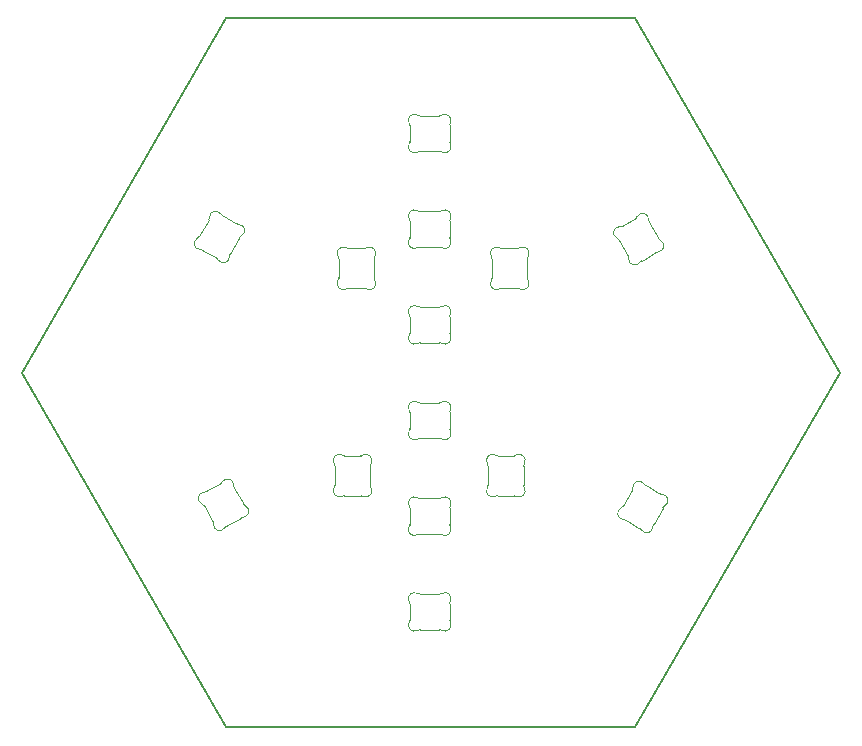
<source format=gbr>
%TF.GenerationSoftware,KiCad,Pcbnew,8.0.8*%
%TF.CreationDate,2025-04-07T13:41:04-04:00*%
%TF.ProjectId,pcb_tile_game_tile_sos,7063625f-7469-46c6-955f-67616d655f74,1.0*%
%TF.SameCoordinates,Original*%
%TF.FileFunction,Profile,NP*%
%FSLAX46Y46*%
G04 Gerber Fmt 4.6, Leading zero omitted, Abs format (unit mm)*
G04 Created by KiCad (PCBNEW 8.0.8) date 2025-04-07 13:41:04*
%MOMM*%
%LPD*%
G01*
G04 APERTURE LIST*
%TA.AperFunction,Profile*%
%ADD10C,0.200000*%
%TD*%
%TA.AperFunction,Profile*%
%ADD11C,0.100000*%
%TD*%
G04 APERTURE END LIST*
D10*
X122739492Y-110000000D02*
X157380508Y-110000000D01*
X157380508Y-110000000D02*
X174701016Y-80000000D01*
X174701016Y-80000000D02*
X157380508Y-50000000D01*
X122739492Y-50000000D02*
X105418984Y-80000000D01*
X105418984Y-80000000D02*
X122739492Y-110000000D01*
X157380508Y-50000000D02*
X122739492Y-50000000D01*
D11*
%TO.C,LED2*%
X138260001Y-92852842D02*
X138260001Y-91447158D01*
X139165547Y-90650001D02*
X140754452Y-90650001D01*
X140754452Y-93650000D02*
X139165548Y-93650000D01*
X141659999Y-91447158D02*
X141659999Y-92852842D01*
X138210516Y-91230280D02*
G75*
G02*
X138260003Y-91447157I-449816J-216724D01*
G01*
X138210516Y-91230280D02*
G75*
G02*
X138913287Y-90581705I450514J216876D01*
G01*
X138260001Y-92852842D02*
G75*
G02*
X138210514Y-93069719I-499701J-62D01*
G01*
X138913289Y-93718299D02*
G75*
G02*
X138210522Y-93069722I-252259J431695D01*
G01*
X138913289Y-93718299D02*
G75*
G02*
X139165548Y-93649999I252261J-431705D01*
G01*
X139165547Y-90650001D02*
G75*
G02*
X138913289Y-90581702I3J500007D01*
G01*
X140754452Y-93650000D02*
G75*
G02*
X141006710Y-93718299I-3J-500009D01*
G01*
X141006711Y-90581701D02*
G75*
G02*
X140754453Y-90650000I-252261J431710D01*
G01*
X141006711Y-90581701D02*
G75*
G02*
X141709484Y-91230280I252258J-431701D01*
G01*
X141659999Y-91447158D02*
G75*
G02*
X141709484Y-91230280I499990J2D01*
G01*
X141709484Y-93069720D02*
G75*
G02*
X141006711Y-93718297I-450515J-216877D01*
G01*
X141709484Y-93069720D02*
G75*
G02*
X141659999Y-92852843I450505J216876D01*
G01*
%TO.C,LED12*%
X131933808Y-89506952D02*
X131933808Y-87918048D01*
X132730966Y-87012501D02*
X134136650Y-87012501D01*
X134136650Y-90412499D02*
X132730966Y-90412499D01*
X134933807Y-87918047D02*
X134933807Y-89506952D01*
X131865509Y-87665789D02*
G75*
G02*
X131933809Y-87918048I-431705J-252261D01*
G01*
X131865509Y-87665789D02*
G75*
G02*
X132514086Y-86963022I431695J252259D01*
G01*
X131933808Y-89506952D02*
G75*
G02*
X131865509Y-89759210I-500009J3D01*
G01*
X132514088Y-90461984D02*
G75*
G02*
X131865511Y-89759211I-216877J450515D01*
G01*
X132514088Y-90461984D02*
G75*
G02*
X132730965Y-90412499I216876J-450505D01*
G01*
X132730966Y-87012501D02*
G75*
G02*
X132514089Y-86963014I-62J499701D01*
G01*
X134136650Y-90412499D02*
G75*
G02*
X134353528Y-90461984I2J-499990D01*
G01*
X134353528Y-86963016D02*
G75*
G02*
X134136651Y-87012503I-216724J449816D01*
G01*
X134353528Y-86963016D02*
G75*
G02*
X135002103Y-87665787I216876J-450514D01*
G01*
X134933807Y-87918047D02*
G75*
G02*
X135002106Y-87665789I500007J-3D01*
G01*
X135002107Y-89759211D02*
G75*
G02*
X134353528Y-90461984I-431701J-252258D01*
G01*
X135002107Y-89759211D02*
G75*
G02*
X134933808Y-89506953I431710J252261D01*
G01*
%TO.C,LED10*%
X156202281Y-67580418D02*
X157419640Y-66877578D01*
X156759150Y-70139255D02*
X155964697Y-68763224D01*
X158562772Y-67263224D02*
X159357223Y-68639257D01*
X159119639Y-69822060D02*
X157902281Y-70524904D01*
X155779419Y-68578911D02*
G75*
G02*
X155964696Y-68763224I-247752J-434326D01*
G01*
X155779419Y-68578911D02*
G75*
G02*
X155989718Y-67646003I247731J434313D01*
G01*
X156202281Y-67580418D02*
G75*
G02*
X155989718Y-67646002I-250000J433012D01*
G01*
X156759150Y-70139255D02*
G75*
G02*
X156826127Y-70391869I-432964J-249981D01*
G01*
X157582719Y-66726282D02*
G75*
G02*
X157419641Y-66877576I-413062J281696D01*
G01*
X157582719Y-66726282D02*
G75*
G02*
X158495790Y-67010613I413078J-281720D01*
G01*
X157739201Y-70676200D02*
G75*
G02*
X156826131Y-70391869I-413077J281721D01*
G01*
X157739201Y-70676200D02*
G75*
G02*
X157902280Y-70524905I413220J-281867D01*
G01*
X158562772Y-67263224D02*
G75*
G02*
X158495791Y-67010614I433054J250011D01*
G01*
X159119639Y-69822060D02*
G75*
G02*
X159332204Y-69756479I249904J-432724D01*
G01*
X159542503Y-68823567D02*
G75*
G02*
X159332202Y-69756473I-247730J-434312D01*
G01*
X159542503Y-68823567D02*
G75*
G02*
X159357224Y-68639256I247728J434310D01*
G01*
%TO.C,LED5*%
X138260001Y-68552842D02*
X138260001Y-67147158D01*
X139165547Y-66350001D02*
X140754452Y-66350001D01*
X140754452Y-69350000D02*
X139165548Y-69350000D01*
X141659999Y-67147158D02*
X141659999Y-68552842D01*
X138210516Y-66930280D02*
G75*
G02*
X138260003Y-67147157I-449816J-216724D01*
G01*
X138210516Y-66930280D02*
G75*
G02*
X138913287Y-66281705I450514J216876D01*
G01*
X138260001Y-68552842D02*
G75*
G02*
X138210514Y-68769719I-499701J-62D01*
G01*
X138913289Y-69418299D02*
G75*
G02*
X138210522Y-68769722I-252259J431695D01*
G01*
X138913289Y-69418299D02*
G75*
G02*
X139165548Y-69349999I252261J-431705D01*
G01*
X139165547Y-66350001D02*
G75*
G02*
X138913289Y-66281702I3J500007D01*
G01*
X140754452Y-69350000D02*
G75*
G02*
X141006710Y-69418299I-3J-500009D01*
G01*
X141006711Y-66281701D02*
G75*
G02*
X140754453Y-66350000I-252261J431710D01*
G01*
X141006711Y-66281701D02*
G75*
G02*
X141709484Y-66930280I252258J-431701D01*
G01*
X141659999Y-67147158D02*
G75*
G02*
X141709484Y-66930280I499990J2D01*
G01*
X141709484Y-68769720D02*
G75*
G02*
X141006711Y-69418297I-450515J-216877D01*
G01*
X141709484Y-68769720D02*
G75*
G02*
X141659999Y-68552843I450505J216876D01*
G01*
%TO.C,LED1*%
X138260001Y-100952842D02*
X138260001Y-99547158D01*
X139165547Y-98750001D02*
X140754452Y-98750001D01*
X140754452Y-101750000D02*
X139165548Y-101750000D01*
X141659999Y-99547158D02*
X141659999Y-100952842D01*
X138210516Y-99330280D02*
G75*
G02*
X138260003Y-99547157I-449816J-216724D01*
G01*
X138210516Y-99330280D02*
G75*
G02*
X138913287Y-98681705I450514J216876D01*
G01*
X138260001Y-100952842D02*
G75*
G02*
X138210514Y-101169719I-499701J-62D01*
G01*
X138913289Y-101818299D02*
G75*
G02*
X138210522Y-101169722I-252259J431695D01*
G01*
X138913289Y-101818299D02*
G75*
G02*
X139165548Y-101749999I252261J-431705D01*
G01*
X139165547Y-98750001D02*
G75*
G02*
X138913289Y-98681702I3J500007D01*
G01*
X140754452Y-101750000D02*
G75*
G02*
X141006710Y-101818299I-3J-500009D01*
G01*
X141006711Y-98681701D02*
G75*
G02*
X140754453Y-98750000I-252261J431710D01*
G01*
X141006711Y-98681701D02*
G75*
G02*
X141709484Y-99330280I252258J-431701D01*
G01*
X141659999Y-99547158D02*
G75*
G02*
X141709484Y-99330280I499990J2D01*
G01*
X141709484Y-101169720D02*
G75*
G02*
X141006711Y-101818297I-450515J-216877D01*
G01*
X141709484Y-101169720D02*
G75*
G02*
X141659999Y-100952843I450505J216876D01*
G01*
%TO.C,LED3*%
X138260001Y-84752842D02*
X138260001Y-83347158D01*
X139165547Y-82550001D02*
X140754452Y-82550001D01*
X140754452Y-85550000D02*
X139165548Y-85550000D01*
X141659999Y-83347158D02*
X141659999Y-84752842D01*
X138210516Y-83130280D02*
G75*
G02*
X138260003Y-83347157I-449816J-216724D01*
G01*
X138210516Y-83130280D02*
G75*
G02*
X138913287Y-82481705I450514J216876D01*
G01*
X138260001Y-84752842D02*
G75*
G02*
X138210514Y-84969719I-499701J-62D01*
G01*
X138913289Y-85618299D02*
G75*
G02*
X138210522Y-84969722I-252259J431695D01*
G01*
X138913289Y-85618299D02*
G75*
G02*
X139165548Y-85549999I252261J-431705D01*
G01*
X139165547Y-82550001D02*
G75*
G02*
X138913289Y-82481702I3J500007D01*
G01*
X140754452Y-85550000D02*
G75*
G02*
X141006710Y-85618299I-3J-500009D01*
G01*
X141006711Y-82481701D02*
G75*
G02*
X140754453Y-82550000I-252261J431710D01*
G01*
X141006711Y-82481701D02*
G75*
G02*
X141709484Y-83130280I252258J-431701D01*
G01*
X141659999Y-83347158D02*
G75*
G02*
X141709484Y-83130280I499990J2D01*
G01*
X141709484Y-84969720D02*
G75*
G02*
X141006711Y-85618297I-450515J-216877D01*
G01*
X141709484Y-84969720D02*
G75*
G02*
X141659999Y-84752843I450505J216876D01*
G01*
%TO.C,LED7*%
X120463737Y-68442589D02*
X121258188Y-67066557D01*
X121918679Y-70328235D02*
X120701321Y-69625393D01*
X122401320Y-66680908D02*
X123618678Y-67383751D01*
X123856264Y-68566556D02*
X123061811Y-69942588D01*
X120463737Y-68442589D02*
G75*
G02*
X120278457Y-68626900I-433031J250025D01*
G01*
X120488757Y-69559809D02*
G75*
G02*
X120278459Y-68626905I37436J498594D01*
G01*
X120488757Y-69559809D02*
G75*
G02*
X120701318Y-69625394I-37774J-499674D01*
G01*
X121325168Y-66813943D02*
G75*
G02*
X121258188Y-67066556I-499997J-2612D01*
G01*
X121325168Y-66813943D02*
G75*
G02*
X122238242Y-66529614I499996J2604D01*
G01*
X121918679Y-70328235D02*
G75*
G02*
X122081757Y-70479531I-249797J-432785D01*
G01*
X122401320Y-66680908D02*
G75*
G02*
X122238241Y-66529615I249946J432955D01*
G01*
X122994831Y-70195200D02*
G75*
G02*
X122081762Y-70479526I-499989J-2615D01*
G01*
X122994831Y-70195200D02*
G75*
G02*
X123061811Y-69942588I499998J2612D01*
G01*
X123831243Y-67449334D02*
G75*
G02*
X123618678Y-67383752I37338J498293D01*
G01*
X123831243Y-67449334D02*
G75*
G02*
X124041540Y-68382241I-37436J-498595D01*
G01*
X123856264Y-68566556D02*
G75*
G02*
X124041541Y-68382244I433013J-250002D01*
G01*
%TO.C,LED14*%
X156314216Y-91311350D02*
X157108668Y-89935318D01*
X157769160Y-93196997D02*
X156551802Y-92494155D01*
X158251801Y-89549671D02*
X159469159Y-90252513D01*
X159706744Y-91435317D02*
X158912292Y-92811349D01*
X156314216Y-91311350D02*
G75*
G02*
X156128939Y-91495662I-433013J250002D01*
G01*
X156339238Y-92428572D02*
G75*
G02*
X156128940Y-91495663I37435J498596D01*
G01*
X156339238Y-92428572D02*
G75*
G02*
X156551801Y-92494155I-37433J-498586D01*
G01*
X157175649Y-89682706D02*
G75*
G02*
X157108668Y-89935318I-500046J-2596D01*
G01*
X157175649Y-89682706D02*
G75*
G02*
X158088718Y-89398380I499989J2615D01*
G01*
X157769160Y-93196997D02*
G75*
G02*
X157932239Y-93348292I-249982J-432991D01*
G01*
X158251801Y-89549671D02*
G75*
G02*
X158088723Y-89398375I249797J432785D01*
G01*
X158845312Y-93063962D02*
G75*
G02*
X157932239Y-93348292I-499994J-2610D01*
G01*
X158845312Y-93063962D02*
G75*
G02*
X158912292Y-92811350I500002J2610D01*
G01*
X159681723Y-90318096D02*
G75*
G02*
X159469159Y-90252515I37220J497914D01*
G01*
X159681723Y-90318096D02*
G75*
G02*
X159892021Y-91251003I-37436J-498595D01*
G01*
X159706744Y-91435317D02*
G75*
G02*
X159892022Y-91251005I433018J-250006D01*
G01*
%TO.C,LED8*%
X132260481Y-71959859D02*
X132260481Y-70370954D01*
X133057638Y-69465407D02*
X134463322Y-69465407D01*
X134463322Y-72865405D02*
X133057638Y-72865405D01*
X135260480Y-70370954D02*
X135260480Y-71959858D01*
X132192181Y-70118695D02*
G75*
G02*
X132260480Y-70370953I-431710J-252261D01*
G01*
X132192181Y-70118695D02*
G75*
G02*
X132840760Y-69415922I431701J252258D01*
G01*
X132260481Y-71959859D02*
G75*
G02*
X132192182Y-72212117I-500007J3D01*
G01*
X132840760Y-72914890D02*
G75*
G02*
X132192185Y-72212119I-216876J450514D01*
G01*
X132840760Y-72914890D02*
G75*
G02*
X133057637Y-72865403I216724J-449816D01*
G01*
X133057638Y-69465407D02*
G75*
G02*
X132840760Y-69415922I-2J499990D01*
G01*
X134463322Y-72865405D02*
G75*
G02*
X134680199Y-72914892I62J-499701D01*
G01*
X134680200Y-69415922D02*
G75*
G02*
X134463323Y-69465407I-216876J450505D01*
G01*
X134680200Y-69415922D02*
G75*
G02*
X135328777Y-70118695I216877J-450515D01*
G01*
X135260480Y-70370954D02*
G75*
G02*
X135328779Y-70118696I500009J-3D01*
G01*
X135328779Y-72212117D02*
G75*
G02*
X134680202Y-72914884I-431695J-252259D01*
G01*
X135328779Y-72212117D02*
G75*
G02*
X135260479Y-71959858I431705J252261D01*
G01*
%TO.C,LED11*%
X121050841Y-90055845D02*
X122268199Y-89353003D01*
X121607708Y-92614682D02*
X120813255Y-91238651D01*
X123411330Y-89738650D02*
X124205783Y-91114682D01*
X123968198Y-92297487D02*
X122750840Y-93000329D01*
X120627977Y-91054337D02*
G75*
G02*
X120813255Y-91238651I-247695J-434270D01*
G01*
X120627977Y-91054337D02*
G75*
G02*
X120838278Y-90121435I247730J434310D01*
G01*
X121050841Y-90055845D02*
G75*
G02*
X120838276Y-90121426I-249904J432723D01*
G01*
X121607708Y-92614682D02*
G75*
G02*
X121674688Y-92867293I-433015J-249999D01*
G01*
X122431278Y-89201709D02*
G75*
G02*
X122268201Y-89353004I-412596J281191D01*
G01*
X122431278Y-89201709D02*
G75*
G02*
X123344348Y-89486039I413078J-281718D01*
G01*
X122587761Y-93151624D02*
G75*
G02*
X121674690Y-92867293I-413078J281720D01*
G01*
X122587761Y-93151624D02*
G75*
G02*
X122750839Y-93000330I413062J-281696D01*
G01*
X123411330Y-89738650D02*
G75*
G02*
X123344350Y-89486039I433021J250001D01*
G01*
X123968198Y-92297487D02*
G75*
G02*
X124180763Y-92231904I249966J-432912D01*
G01*
X124391062Y-91298995D02*
G75*
G02*
X124180763Y-92231905I-247735J-434313D01*
G01*
X124391062Y-91298995D02*
G75*
G02*
X124205784Y-91114682I247741J434320D01*
G01*
%TO.C,LED4*%
X138260001Y-76652842D02*
X138260001Y-75247158D01*
X139165547Y-74450001D02*
X140754452Y-74450001D01*
X140754452Y-77450000D02*
X139165548Y-77450000D01*
X141659999Y-75247158D02*
X141659999Y-76652842D01*
X138210516Y-75030280D02*
G75*
G02*
X138260003Y-75247157I-449816J-216724D01*
G01*
X138210516Y-75030280D02*
G75*
G02*
X138913287Y-74381705I450514J216876D01*
G01*
X138260001Y-76652842D02*
G75*
G02*
X138210514Y-76869719I-499701J-62D01*
G01*
X138913289Y-77518299D02*
G75*
G02*
X138210522Y-76869722I-252259J431695D01*
G01*
X138913289Y-77518299D02*
G75*
G02*
X139165548Y-77449999I252261J-431705D01*
G01*
X139165547Y-74450001D02*
G75*
G02*
X138913289Y-74381702I3J500007D01*
G01*
X140754452Y-77450000D02*
G75*
G02*
X141006710Y-77518299I-3J-500009D01*
G01*
X141006711Y-74381701D02*
G75*
G02*
X140754453Y-74450000I-252261J431710D01*
G01*
X141006711Y-74381701D02*
G75*
G02*
X141709484Y-75030280I252258J-431701D01*
G01*
X141659999Y-75247158D02*
G75*
G02*
X141709484Y-75030280I499990J2D01*
G01*
X141709484Y-76869720D02*
G75*
G02*
X141006711Y-77518297I-450515J-216877D01*
G01*
X141709484Y-76869720D02*
G75*
G02*
X141659999Y-76652843I450505J216876D01*
G01*
%TO.C,LED6*%
X138260001Y-60452842D02*
X138260001Y-59047158D01*
X139165547Y-58250001D02*
X140754452Y-58250001D01*
X140754452Y-61250000D02*
X139165548Y-61250000D01*
X141659999Y-59047158D02*
X141659999Y-60452842D01*
X138210516Y-58830280D02*
G75*
G02*
X138260003Y-59047157I-449816J-216724D01*
G01*
X138210516Y-58830280D02*
G75*
G02*
X138913287Y-58181705I450514J216876D01*
G01*
X138260001Y-60452842D02*
G75*
G02*
X138210514Y-60669719I-499701J-62D01*
G01*
X138913289Y-61318299D02*
G75*
G02*
X138210522Y-60669722I-252259J431695D01*
G01*
X138913289Y-61318299D02*
G75*
G02*
X139165548Y-61249999I252261J-431705D01*
G01*
X139165547Y-58250001D02*
G75*
G02*
X138913289Y-58181702I3J500007D01*
G01*
X140754452Y-61250000D02*
G75*
G02*
X141006710Y-61318299I-3J-500009D01*
G01*
X141006711Y-58181701D02*
G75*
G02*
X140754453Y-58250000I-252261J431710D01*
G01*
X141006711Y-58181701D02*
G75*
G02*
X141709484Y-58830280I252258J-431701D01*
G01*
X141659999Y-59047158D02*
G75*
G02*
X141709484Y-58830280I499990J2D01*
G01*
X141709484Y-60669720D02*
G75*
G02*
X141006711Y-61318297I-450515J-216877D01*
G01*
X141709484Y-60669720D02*
G75*
G02*
X141659999Y-60452843I450505J216876D01*
G01*
%TO.C,LED9*%
X145236673Y-71959859D02*
X145236673Y-70370954D01*
X146033830Y-69465407D02*
X147439514Y-69465407D01*
X147439514Y-72865405D02*
X146033830Y-72865405D01*
X148236672Y-70370954D02*
X148236672Y-71959858D01*
X145168373Y-70118695D02*
G75*
G02*
X145236672Y-70370953I-431710J-252261D01*
G01*
X145168373Y-70118695D02*
G75*
G02*
X145816952Y-69415922I431701J252258D01*
G01*
X145236673Y-71959859D02*
G75*
G02*
X145168374Y-72212117I-500007J3D01*
G01*
X145816952Y-72914890D02*
G75*
G02*
X145168377Y-72212119I-216876J450514D01*
G01*
X145816952Y-72914890D02*
G75*
G02*
X146033829Y-72865403I216724J-449816D01*
G01*
X146033830Y-69465407D02*
G75*
G02*
X145816952Y-69415922I-2J499990D01*
G01*
X147439514Y-72865405D02*
G75*
G02*
X147656391Y-72914892I62J-499701D01*
G01*
X147656392Y-69415922D02*
G75*
G02*
X147439515Y-69465407I-216876J450505D01*
G01*
X147656392Y-69415922D02*
G75*
G02*
X148304969Y-70118695I216877J-450515D01*
G01*
X148236672Y-70370954D02*
G75*
G02*
X148304971Y-70118696I500009J-3D01*
G01*
X148304971Y-72212117D02*
G75*
G02*
X147656394Y-72914884I-431695J-252259D01*
G01*
X148304971Y-72212117D02*
G75*
G02*
X148236671Y-71959858I431705J252261D01*
G01*
%TO.C,LED13*%
X144910000Y-89506952D02*
X144910000Y-87918048D01*
X145707158Y-87012501D02*
X147112842Y-87012501D01*
X147112842Y-90412499D02*
X145707158Y-90412499D01*
X147909999Y-87918047D02*
X147909999Y-89506952D01*
X144841701Y-87665789D02*
G75*
G02*
X144910001Y-87918048I-431705J-252261D01*
G01*
X144841701Y-87665789D02*
G75*
G02*
X145490278Y-86963022I431695J252259D01*
G01*
X144910000Y-89506952D02*
G75*
G02*
X144841701Y-89759210I-500009J3D01*
G01*
X145490280Y-90461984D02*
G75*
G02*
X144841703Y-89759211I-216877J450515D01*
G01*
X145490280Y-90461984D02*
G75*
G02*
X145707157Y-90412499I216876J-450505D01*
G01*
X145707158Y-87012501D02*
G75*
G02*
X145490281Y-86963014I-62J499701D01*
G01*
X147112842Y-90412499D02*
G75*
G02*
X147329720Y-90461984I2J-499990D01*
G01*
X147329720Y-86963016D02*
G75*
G02*
X147112843Y-87012503I-216724J449816D01*
G01*
X147329720Y-86963016D02*
G75*
G02*
X147978295Y-87665787I216876J-450514D01*
G01*
X147909999Y-87918047D02*
G75*
G02*
X147978298Y-87665789I500007J-3D01*
G01*
X147978299Y-89759211D02*
G75*
G02*
X147329720Y-90461984I-431701J-252258D01*
G01*
X147978299Y-89759211D02*
G75*
G02*
X147910000Y-89506953I431710J252261D01*
G01*
%TD*%
M02*

</source>
